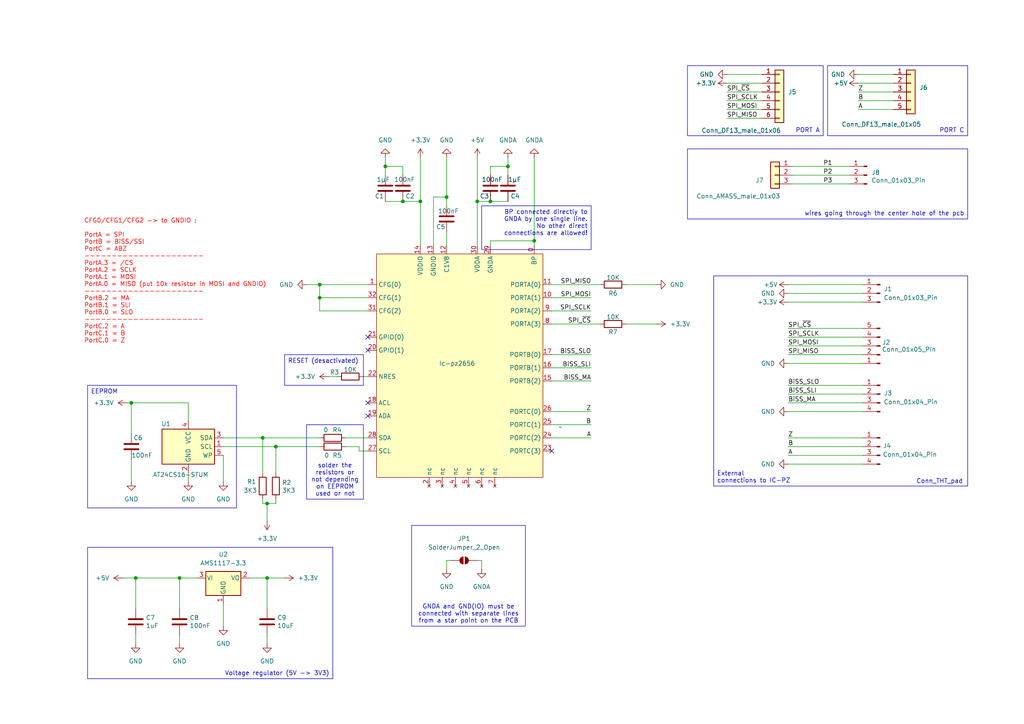
<source format=kicad_sch>
(kicad_sch (version 20231120) (generator "eeschema") (generator_version "8.0")
  (paper "A4")
  (title_block (title "Optical encoder test"))
  (lib_symbols
    (symbol "Connector:Conn_01x03_Pin" (pin_names (offset 1.016) hide)
      (property "Reference" "J" (at 0 5.08 0))
      (property "Value" "Conn_01x03_Pin" (at 0 -5.08 0))
      (symbol "Conn_01x03_Pin_1_1"
        (polyline (pts (xy 1.27 -2.54) (xy 0.8636 -2.54)) (stroke (width 0.1524)))
        (polyline (pts (xy 1.27 0) (xy 0.8636 0)) (stroke (width 0.1524)))
        (polyline (pts (xy 1.27 2.54) (xy 0.8636 2.54)) (stroke (width 0.1524)))
        (rectangle (start 0.8636 -2.413) (end 0 -2.667) (stroke (width 0.1524)) (fill (type outline)))
        (rectangle (start 0.8636 0.127) (end 0 -0.127) (stroke (width 0.1524)) (fill (type outline)))
        (rectangle (start 0.8636 2.667) (end 0 2.413) (stroke (width 0.1524)) (fill (type outline)))
        (pin passive line (at 5.08 2.54 180) (length 3.81) (name "Pin_1") (number "1"))
        (pin passive line (at 5.08 0 180) (length 3.81) (name "Pin_2") (number "2"))
        (pin passive line (at 5.08 -2.54 180) (length 3.81) (name "Pin_3") (number "3"))
      )
    )
    (symbol "Connector:Conn_01x04_Pin" (pin_names (offset 1.016) hide)
      (property "Reference" "J" (at 0 5.08 0))
      (property "Value" "Conn_01x04_Pin" (at 0 -7.62 0))
      (symbol "Conn_01x04_Pin_1_1"
        (polyline (pts (xy 1.27 -5.08) (xy 0.8636 -5.08)) (stroke (width 0.1524)))
        (polyline (pts (xy 1.27 -2.54) (xy 0.8636 -2.54)) (stroke (width 0.1524)))
        (polyline (pts (xy 1.27 0) (xy 0.8636 0)) (stroke (width 0.1524)))
        (polyline (pts (xy 1.27 2.54) (xy 0.8636 2.54)) (stroke (width 0.1524)))
        (rectangle (start 0.8636 -4.953) (end 0 -5.207) (stroke (width 0.1524)) (fill (type outline)))
        (rectangle (start 0.8636 -2.413) (end 0 -2.667) (stroke (width 0.1524)) (fill (type outline)))
        (rectangle (start 0.8636 0.127) (end 0 -0.127) (stroke (width 0.1524)) (fill (type outline)))
        (rectangle (start 0.8636 2.667) (end 0 2.413) (stroke (width 0.1524)) (fill (type outline)))
        (pin passive line (at 5.08 2.54 180) (length 3.81) (name "Pin_1") (number "1"))
        (pin passive line (at 5.08 0 180) (length 3.81) (name "Pin_2") (number "2"))
        (pin passive line (at 5.08 -2.54 180) (length 3.81) (name "Pin_3") (number "3"))
        (pin passive line (at 5.08 -5.08 180) (length 3.81) (name "Pin_4") (number "4"))
      )
    )
    (symbol "Connector:Conn_01x05_Pin" (pin_names (offset 1.016) hide)
      (property "Reference" "J" (at 0 7.62 0))
      (property "Value" "Conn_01x05_Pin" (at 0 -7.62 0))
      (symbol "Conn_01x05_Pin_1_1"
        (polyline (pts (xy 1.27 -5.08) (xy 0.8636 -5.08)) (stroke (width 0.1524)))
        (polyline (pts (xy 1.27 -2.54) (xy 0.8636 -2.54)) (stroke (width 0.1524)))
        (polyline (pts (xy 1.27 0) (xy 0.8636 0)) (stroke (width 0.1524)))
        (polyline (pts (xy 1.27 2.54) (xy 0.8636 2.54)) (stroke (width 0.1524)))
        (polyline (pts (xy 1.27 5.08) (xy 0.8636 5.08)) (stroke (width 0.1524)))
        (rectangle (start 0.8636 -4.953) (end 0 -5.207) (stroke (width 0.1524)) (fill (type outline)))
        (rectangle (start 0.8636 -2.413) (end 0 -2.667) (stroke (width 0.1524)) (fill (type outline)))
        (rectangle (start 0.8636 0.127) (end 0 -0.127) (stroke (width 0.1524)) (fill (type outline)))
        (rectangle (start 0.8636 2.667) (end 0 2.413) (stroke (width 0.1524)) (fill (type outline)))
        (rectangle (start 0.8636 5.207) (end 0 4.953) (stroke (width 0.1524)) (fill (type outline)))
        (pin passive line (at 5.08 5.08 180) (length 3.81) (name "Pin_1") (number "1"))
        (pin passive line (at 5.08 2.54 180) (length 3.81) (name "Pin_2") (number "2"))
        (pin passive line (at 5.08 0 180) (length 3.81) (name "Pin_3") (number "3"))
        (pin passive line (at 5.08 -2.54 180) (length 3.81) (name "Pin_4") (number "4"))
        (pin passive line (at 5.08 -5.08 180) (length 3.81) (name "Pin_5") (number "5"))
      )
    )
    (symbol "Connector_Generic:Conn_01x03" (pin_names (offset 1.016) hide)
      (property "Reference" "J" (at 0 5.08 0))
      (property "Value" "Conn_01x03" (at 0 -5.08 0))
      (symbol "Conn_01x03_1_1"
        (rectangle (start -1.27 -2.413) (end 0 -2.667) (stroke (width 0.1524)))
        (rectangle (start -1.27 0.127) (end 0 -0.127) (stroke (width 0.1524)))
        (rectangle (start -1.27 2.667) (end 0 2.413) (stroke (width 0.1524)))
        (rectangle (start -1.27 3.81) (end 1.27 -3.81) (stroke (width 0.254)) (fill (type background)))
        (pin passive line (at -5.08 2.54 0) (length 3.81) (name "Pin_1") (number "1"))
        (pin passive line (at -5.08 0 0) (length 3.81) (name "Pin_2") (number "2"))
        (pin passive line (at -5.08 -2.54 0) (length 3.81) (name "Pin_3") (number "3"))
      )
    )
    (symbol "Connector_Generic:Conn_01x05" (pin_names (offset 1.016) hide)
      (property "Reference" "J" (at 0 7.62 0))
      (property "Value" "Conn_01x05" (at 0 -7.62 0))
      (symbol "Conn_01x05_1_1"
        (rectangle (start -1.27 -4.953) (end 0 -5.207) (stroke (width 0.1524)))
        (rectangle (start -1.27 -2.413) (end 0 -2.667) (stroke (width 0.1524)))
        (rectangle (start -1.27 0.127) (end 0 -0.127) (stroke (width 0.1524)))
        (rectangle (start -1.27 2.667) (end 0 2.413) (stroke (width 0.1524)))
        (rectangle (start -1.27 5.207) (end 0 4.953) (stroke (width 0.1524)))
        (rectangle (start -1.27 6.35) (end 1.27 -6.35) (stroke (width 0.254)) (fill (type background)))
        (pin passive line (at -5.08 5.08 0) (length 3.81) (name "Pin_1") (number "1"))
        (pin passive line (at -5.08 2.54 0) (length 3.81) (name "Pin_2") (number "2"))
        (pin passive line (at -5.08 0 0) (length 3.81) (name "Pin_3") (number "3"))
        (pin passive line (at -5.08 -2.54 0) (length 3.81) (name "Pin_4") (number "4"))
        (pin passive line (at -5.08 -5.08 0) (length 3.81) (name "Pin_5") (number "5"))
      )
    )
    (symbol "Connector_Generic:Conn_01x06" (pin_names (offset 1.016) hide)
      (property "Reference" "J" (at 0 7.62 0))
      (property "Value" "Conn_01x06" (at 0 -10.16 0))
      (symbol "Conn_01x06_1_1"
        (rectangle (start -1.27 -7.493) (end 0 -7.747) (stroke (width 0.1524)))
        (rectangle (start -1.27 -4.953) (end 0 -5.207) (stroke (width 0.1524)))
        (rectangle (start -1.27 -2.413) (end 0 -2.667) (stroke (width 0.1524)))
        (rectangle (start -1.27 0.127) (end 0 -0.127) (stroke (width 0.1524)))
        (rectangle (start -1.27 2.667) (end 0 2.413) (stroke (width 0.1524)))
        (rectangle (start -1.27 5.207) (end 0 4.953) (stroke (width 0.1524)))
        (rectangle (start -1.27 6.35) (end 1.27 -8.89) (stroke (width 0.254)) (fill (type background)))
        (pin passive line (at -5.08 5.08 0) (length 3.81) (name "Pin_1") (number "1"))
        (pin passive line (at -5.08 2.54 0) (length 3.81) (name "Pin_2") (number "2"))
        (pin passive line (at -5.08 0 0) (length 3.81) (name "Pin_3") (number "3"))
        (pin passive line (at -5.08 -2.54 0) (length 3.81) (name "Pin_4") (number "4"))
        (pin passive line (at -5.08 -5.08 0) (length 3.81) (name "Pin_5") (number "5"))
        (pin passive line (at -5.08 -7.62 0) (length 3.81) (name "Pin_6") (number "6"))
      )
    )
    (symbol "Device:C" (pin_numbers hide) (pin_names (offset 0.254))
      (property "Reference" "C" (at 0.635 2.54 0))
      (property "Value" "C" (at 0.635 -2.54 0))
      (symbol "C_0_1"
        (polyline (pts (xy -2.032 -0.762) (xy 2.032 -0.762)) (stroke (width 0.508)))
        (polyline (pts (xy -2.032 0.762) (xy 2.032 0.762)) (stroke (width 0.508)))
      )
      (symbol "C_1_1"
        (pin passive line (at 0 3.81 270) (length 2.794) (name "~") (number "1"))
        (pin passive line (at 0 -3.81 90) (length 2.794) (name "~") (number "2"))
      )
    )
    (symbol "Device:R" (pin_numbers hide) (pin_names (offset 0))
      (property "Reference" "R" (at 2.032 0 90))
      (property "Value" "R" (at 0 0 90))
      (symbol "R_0_1"
        (rectangle (start -1.016 -2.54) (end 1.016 2.54) (stroke (width 0.254)))
      )
      (symbol "R_1_1"
        (pin passive line (at 0 3.81 270) (length 1.27) (name "~") (number "1"))
        (pin passive line (at 0 -3.81 90) (length 1.27) (name "~") (number "2"))
      )
    )
    (symbol "Ic - pz2656:Ic_-_pz2656"
      (property "Reference" "Ic-pz2656" (at -0.762 -6.35 0))
      (property "Value" "~" (at 29.21 -24.7965 0))
      (symbol "Ic_-_pz2656_1_1"
        (rectangle (start -24.13 25.4) (end 24.13 -39.37) (fill (type background)))
        (pin unspecified line (at 21.59 27.94 270) (length 2.54) (name "BP") (number "0"))
        (pin input line (at -26.67 16.51 0) (length 2.54) (name "CFG(0)") (number "1"))
        (pin bidirectional line (at 26.67 12.7 180) (length 2.54) (name "PORTA(1)") (number "10"))
        (pin bidirectional line (at 26.67 16.51 180) (length 2.54) (name "PORTA(0)") (number "11"))
        (pin output line (at -3.81 27.94 270) (length 2.54) (name "C1V8") (number "12"))
        (pin input line (at -7.62 27.94 270) (length 2.54) (name "GNDIO") (number "13"))
        (pin power_in line (at -11.43 27.94 270) (length 2.54) (name "VDDIO") (number "14"))
        (pin bidirectional line (at 26.67 -11.43 180) (length 2.54) (name "PORTB(2)") (number "15"))
        (pin bidirectional line (at 26.67 -7.62 180) (length 2.54) (name "PORTB(1)") (number "16"))
        (pin bidirectional line (at 26.67 -3.81 180) (length 2.54) (name "PORTB(0)") (number "17"))
        (pin output line (at -26.67 -17.78 0) (length 2.54) (name "ACL") (number "18"))
        (pin input line (at -26.67 -21.59 0) (length 2.54) (name "ADA") (number "19"))
        (pin no_connect line (at -8.89 -41.91 90) (length 2.54) (name "nc") (number "2"))
        (pin bidirectional line (at -26.67 -2.54 0) (length 2.54) (name "GPIO(1)") (number "20"))
        (pin bidirectional line (at -26.67 1.27 0) (length 2.54) (name "GPIO(0)") (number "21"))
        (pin input line (at -26.67 -10.16 0) (length 2.54) (name "NRES") (number "22"))
        (pin bidirectional line (at 26.67 -31.75 180) (length 2.54) (name "PORTC(3)") (number "23"))
        (pin bidirectional line (at 26.67 -27.94 180) (length 2.54) (name "PORTC(2)") (number "24"))
        (pin bidirectional line (at 26.67 -24.13 180) (length 2.54) (name "PORTC(1)") (number "25"))
        (pin bidirectional line (at 26.67 -20.32 180) (length 2.54) (name "PORTC(0)") (number "26"))
        (pin bidirectional line (at -26.67 -31.75 0) (length 2.54) (name "SCL") (number "27"))
        (pin bidirectional line (at -26.67 -27.94 0) (length 2.54) (name "SDA") (number "28"))
        (pin input line (at 8.89 27.94 270) (length 2.54) (name "GNDA") (number "29"))
        (pin no_connect line (at -5.08 -41.91 90) (length 2.54) (name "nc") (number "3"))
        (pin power_in line (at 5.08 27.94 270) (length 2.54) (name "VDDA") (number "30"))
        (pin input line (at -26.67 8.89 0) (length 2.54) (name "CFG(2)") (number "31"))
        (pin input line (at -26.67 12.7 0) (length 2.54) (name "CFG(1)") (number "32"))
        (pin no_connect line (at -1.27 -41.91 90) (length 2.54) (name "nc") (number "4"))
        (pin no_connect line (at 2.54 -41.91 90) (length 2.54) (name "nc") (number "5"))
        (pin no_connect line (at 6.35 -41.91 90) (length 2.54) (name "nc") (number "6"))
        (pin no_connect line (at 10.16 -41.91 90) (length 2.54) (name "nc") (number "7"))
        (pin bidirectional line (at 26.67 5.08 180) (length 2.54) (name "PORTA(3)") (number "8"))
        (pin bidirectional line (at 26.67 8.89 180) (length 2.54) (name "PORTA(2)") (number "9"))
      )
    )
    (symbol "Jumper:SolderJumper_2_Open" (pin_numbers hide) (pin_names (offset 0) hide) (exclude_from_sim yes) (in_bom no)
      (property "Reference" "JP" (at 0 2.032 0))
      (property "Value" "SolderJumper_2_Open" (at 0 -2.54 0))
      (symbol "SolderJumper_2_Open_0_1"
        (arc (start -0.254 1.016) (mid -1.2656 0) (end -0.254 -1.016))
        (arc (start -0.254 1.016) (mid -1.2656 0) (end -0.254 -1.016) (fill (type outline)))
        (polyline (pts (xy -0.254 1.016) (xy -0.254 -1.016)))
        (polyline (pts (xy 0.254 1.016) (xy 0.254 -1.016)))
        (arc (start 0.254 -1.016) (mid 1.2656 0) (end 0.254 1.016))
        (arc (start 0.254 -1.016) (mid 1.2656 0) (end 0.254 1.016) (fill (type outline)))
      )
      (symbol "SolderJumper_2_Open_1_1"
        (pin passive line (at -3.81 0 0) (length 2.54) (name "A") (number "1"))
        (pin passive line (at 3.81 0 180) (length 2.54) (name "B") (number "2"))
      )
    )
    (symbol "Memory_EEPROM:AT24CS16-STUM"
      (property "Reference" "U" (at -7.62 6.35 0))
      (property "Value" "AT24CS16-STUM" (at 2.54 -6.35 0))
      (symbol "AT24CS16-STUM_1_1"
        (rectangle (start -7.62 5.08) (end 7.62 -5.08) (stroke (width 0.254)) (fill (type background)))
        (pin input line (at 10.16 0 180) (length 2.54) (name "SCL") (number "1"))
        (pin power_in line (at 0 -7.62 90) (length 2.54) (name "GND") (number "2"))
        (pin bidirectional line (at 10.16 2.54 180) (length 2.54) (name "SDA") (number "3"))
        (pin power_in line (at 0 7.62 270) (length 2.54) (name "VCC") (number "4"))
        (pin input line (at 10.16 -2.54 180) (length 2.54) (name "WP") (number "5"))
      )
    )
    (symbol "Regulator_Linear:AMS1117-3.3" (pin_names (offset 0.254))
      (property "Reference" "U" (at -3.81 3.175 0))
      (property "Value" "AMS1117-3.3" (at 0 3.175 0))
      (symbol "AMS1117-3.3_0_1"
        (rectangle (start -5.08 -5.08) (end 5.08 1.905) (stroke (width 0.254)) (fill (type background)))
      )
      (symbol "AMS1117-3.3_1_1"
        (pin power_in line (at 0 -7.62 90) (length 2.54) (name "GND") (number "1"))
        (pin power_out line (at 7.62 0 180) (length 2.54) (name "VO") (number "2"))
        (pin power_in line (at -7.62 0 0) (length 2.54) (name "VI") (number "3"))
      )
    )
    (symbol "power:+3.3V" (power) (pin_numbers hide) (pin_names (offset 0) hide)
      (property "Value" "+3.3V" (at 0 3.556 0))
      (symbol "+3.3V_0_1"
        (polyline (pts (xy -0.762 1.27) (xy 0 2.54)))
        (polyline (pts (xy 0 0) (xy 0 2.54)))
        (polyline (pts (xy 0 2.54) (xy 0.762 1.27)))
      )
      (symbol "+3.3V_1_1"
        (pin power_in line (at 0 0 90) (length 0) (name "~") (number "1"))
      )
    )
    (symbol "power:+5V" (power) (pin_numbers hide) (pin_names (offset 0) hide)
      (property "Value" "+5V" (at 0 3.556 0))
      (symbol "+5V_0_1"
        (polyline (pts (xy -0.762 1.27) (xy 0 2.54)))
        (polyline (pts (xy 0 0) (xy 0 2.54)))
        (polyline (pts (xy 0 2.54) (xy 0.762 1.27)))
      )
      (symbol "+5V_1_1"
        (pin power_in line (at 0 0 90) (length 0) (name "~") (number "1"))
      )
    )
    (symbol "power:GND" (power) (pin_names (offset 0))
      (property "Value" "GND" (at 0 -3.81 0))
      (symbol "GND_0_1"
        (polyline (pts (xy 0 0) (xy 0 -1.27) (xy 1.27 -1.27) (xy 0 -2.54) (xy -1.27 -1.27) (xy 0 -1.27)))
      )
      (symbol "GND_1_1"
        (pin power_in line (at 0 0 270) (length 0) hide (name "GND") (number "1"))
      )
    )
    (symbol "power:GNDA" (power) (pin_numbers hide) (pin_names (offset 0) hide)
      (property "Value" "GNDA" (at 0 -3.81 0))
      (symbol "GNDA_0_1"
        (polyline (pts (xy 0 0) (xy 0 -1.27) (xy 1.27 -1.27) (xy 0 -2.54) (xy -1.27 -1.27) (xy 0 -1.27)))
      )
      (symbol "GNDA_1_1"
        (pin power_in line (at 0 0 270) (length 0) (name "~") (number "1"))
      )
    )
  )
  (junction (at 80.01 129.54))
  (junction (at 76.2 127))
  (junction (at 39.37 167.64))
  (junction (at 77.47 146.05))
  (junction (at 116.84 58.42))
  (junction (at 129.54 57.15))
  (junction (at 52.07 167.64))
  (junction (at 138.43 58.42))
  (junction (at 77.47 167.64))
  (junction (at 38.1 116.84))
  (junction (at 142.24 58.42))
  (junction (at 121.92 58.42))
  (junction (at 147.32 48.26))
  (junction (at 111.76 48.26))
  (junction (at 92.71 86.36))
  (junction (at 92.71 82.55))
  (junction (at 154.94 69.85))
  (no_connect (at 106.68 116.84))
  (no_connect (at 160.02 130.81))
  (no_connect (at 106.68 97.79))
  (no_connect (at 106.68 101.6))
  (no_connect (at 106.68 120.65))
  (wire (pts (xy 138.43 45.72) (xy 138.43 58.42)))
  (wire (pts (xy 39.37 167.64) (xy 52.07 167.64)))
  (wire (pts (xy 210.82 29.21) (xy 220.98 29.21)))
  (wire (pts (xy 138.43 58.42) (xy 142.24 58.42)))
  (wire (pts (xy 54.61 139.7) (xy 54.61 137.16)))
  (wire (pts (xy 129.54 162.56) (xy 129.54 165.1)))
  (wire (pts (xy 125.73 57.15) (xy 129.54 57.15)))
  (wire (pts (xy 104.14 129.54) (xy 104.14 130.81)))
  (wire (pts (xy 210.82 24.13) (xy 220.98 24.13)))
  (wire (pts (xy 229.87 53.34) (xy 246.38 53.34)))
  (wire (pts (xy 160.02 102.87) (xy 171.45 102.87)))
  (wire (pts (xy 147.32 45.72) (xy 147.32 48.26)))
  (wire (pts (xy 142.24 69.85) (xy 142.24 71.12)))
  (wire (pts (xy 228.6 119.38) (xy 250.19 119.38)))
  (wire (pts (xy 64.77 175.26) (xy 64.77 181.61)))
  (wire (pts (xy 92.71 82.55) (xy 106.68 82.55)))
  (wire (pts (xy 228.6 87.63) (xy 250.19 87.63)))
  (wire (pts (xy 138.43 162.56) (xy 139.7 162.56)))
  (wire (pts (xy 77.47 167.64) (xy 77.47 176.53)))
  (wire (pts (xy 129.54 162.56) (xy 130.81 162.56)))
  (wire (pts (xy 228.6 97.79) (xy 250.19 97.79)))
  (wire (pts (xy 105.41 109.22) (xy 106.68 109.22)))
  (wire (pts (xy 248.92 29.21) (xy 259.08 29.21)))
  (wire (pts (xy 77.47 146.05) (xy 80.01 146.05)))
  (wire (pts (xy 248.92 26.67) (xy 259.08 26.67)))
  (wire (pts (xy 160.02 106.68) (xy 171.45 106.68)))
  (wire (pts (xy 248.92 31.75) (xy 259.08 31.75)))
  (wire (pts (xy 77.47 167.64) (xy 82.55 167.64)))
  (wire (pts (xy 228.6 127) (xy 250.19 127)))
  (wire (pts (xy 228.6 105.41) (xy 250.19 105.41)))
  (wire (pts (xy 129.54 45.72) (xy 129.54 57.15)))
  (wire (pts (xy 111.76 45.72) (xy 111.76 48.26)))
  (wire (pts (xy 228.6 85.09) (xy 250.19 85.09)))
  (wire (pts (xy 154.94 45.72) (xy 154.94 69.85)))
  (wire (pts (xy 228.6 116.84) (xy 250.19 116.84)))
  (wire (pts (xy 129.54 67.31) (xy 129.54 71.12)))
  (wire (pts (xy 142.24 69.85) (xy 154.94 69.85)))
  (wire (pts (xy 76.2 127) (xy 76.2 137.16)))
  (wire (pts (xy 80.01 129.54) (xy 92.71 129.54)))
  (wire (pts (xy 35.56 167.64) (xy 39.37 167.64)))
  (wire (pts (xy 139.7 162.56) (xy 139.7 165.1)))
  (wire (pts (xy 92.71 90.17) (xy 106.68 90.17)))
  (wire (pts (xy 248.92 24.13) (xy 259.08 24.13)))
  (wire (pts (xy 160.02 123.19) (xy 171.45 123.19)))
  (wire (pts (xy 228.6 82.55) (xy 250.19 82.55)))
  (wire (pts (xy 72.39 167.64) (xy 77.47 167.64)))
  (wire (pts (xy 210.82 21.59) (xy 220.98 21.59)))
  (wire (pts (xy 160.02 119.38) (xy 171.45 119.38)))
  (wire (pts (xy 228.6 114.3) (xy 250.19 114.3)))
  (wire (pts (xy 229.87 50.8) (xy 246.38 50.8)))
  (wire (pts (xy 116.84 48.26) (xy 116.84 50.8)))
  (wire (pts (xy 160.02 127) (xy 171.45 127)))
  (wire (pts (xy 111.76 58.42) (xy 116.84 58.42)))
  (wire (pts (xy 76.2 127) (xy 92.71 127)))
  (wire (pts (xy 80.01 146.05) (xy 80.01 144.78)))
  (wire (pts (xy 38.1 116.84) (xy 54.61 116.84)))
  (wire (pts (xy 92.71 90.17) (xy 92.71 86.36)))
  (wire (pts (xy 142.24 58.42) (xy 147.32 58.42)))
  (wire (pts (xy 154.94 69.85) (xy 154.94 71.12)))
  (wire (pts (xy 160.02 86.36) (xy 171.45 86.36)))
  (wire (pts (xy 39.37 186.69) (xy 39.37 184.15)))
  (wire (pts (xy 228.6 111.76) (xy 250.19 111.76)))
  (wire (pts (xy 210.82 26.67) (xy 220.98 26.67)))
  (wire (pts (xy 111.76 48.26) (xy 111.76 50.8)))
  (wire (pts (xy 142.24 48.26) (xy 142.24 50.8)))
  (wire (pts (xy 228.6 95.25) (xy 250.19 95.25)))
  (wire (pts (xy 52.07 167.64) (xy 52.07 176.53)))
  (wire (pts (xy 210.82 31.75) (xy 220.98 31.75)))
  (wire (pts (xy 228.6 134.62) (xy 250.19 134.62)))
  (wire (pts (xy 52.07 167.64) (xy 57.15 167.64)))
  (wire (pts (xy 160.02 93.98) (xy 173.99 93.98)))
  (wire (pts (xy 38.1 133.35) (xy 38.1 139.7)))
  (wire (pts (xy 111.76 48.26) (xy 116.84 48.26)))
  (wire (pts (xy 160.02 90.17) (xy 171.45 90.17)))
  (wire (pts (xy 76.2 146.05) (xy 77.47 146.05)))
  (wire (pts (xy 138.43 58.42) (xy 138.43 71.12)))
  (wire (pts (xy 228.6 132.08) (xy 250.19 132.08)))
  (wire (pts (xy 64.77 127) (xy 76.2 127)))
  (wire (pts (xy 147.32 48.26) (xy 147.32 50.8)))
  (wire (pts (xy 38.1 116.84) (xy 38.1 125.73)))
  (wire (pts (xy 39.37 167.64) (xy 39.37 176.53)))
  (wire (pts (xy 160.02 82.55) (xy 173.99 82.55)))
  (wire (pts (xy 125.73 57.15) (xy 125.73 71.12)))
  (wire (pts (xy 104.14 130.81) (xy 106.68 130.81)))
  (wire (pts (xy 54.61 116.84) (xy 54.61 121.92)))
  (wire (pts (xy 80.01 129.54) (xy 80.01 137.16)))
  (wire (pts (xy 121.92 45.72) (xy 121.92 58.42)))
  (wire (pts (xy 76.2 144.78) (xy 76.2 146.05)))
  (wire (pts (xy 88.9 82.55) (xy 92.71 82.55)))
  (wire (pts (xy 64.77 129.54) (xy 80.01 129.54)))
  (wire (pts (xy 77.47 184.15) (xy 77.47 186.69)))
  (wire (pts (xy 228.6 102.87) (xy 250.19 102.87)))
  (wire (pts (xy 142.24 48.26) (xy 147.32 48.26)))
  (wire (pts (xy 181.61 82.55) (xy 190.5 82.55)))
  (wire (pts (xy 92.71 86.36) (xy 92.71 82.55)))
  (wire (pts (xy 181.61 93.98) (xy 190.5 93.98)))
  (wire (pts (xy 116.84 58.42) (xy 121.92 58.42)))
  (wire (pts (xy 248.92 21.59) (xy 259.08 21.59)))
  (wire (pts (xy 228.6 100.33) (xy 250.19 100.33)))
  (wire (pts (xy 95.25 109.22) (xy 97.79 109.22)))
  (wire (pts (xy 36.83 116.84) (xy 38.1 116.84)))
  (wire (pts (xy 160.02 110.49) (xy 171.45 110.49)))
  (wire (pts (xy 210.82 34.29) (xy 220.98 34.29)))
  (wire (pts (xy 77.47 146.05) (xy 77.47 151.13)))
  (wire (pts (xy 64.77 132.08) (xy 64.77 139.7)))
  (wire (pts (xy 52.07 184.15) (xy 52.07 186.69)))
  (wire (pts (xy 129.54 57.15) (xy 129.54 59.69)))
  (wire (pts (xy 100.33 129.54) (xy 104.14 129.54)))
  (wire (pts (xy 121.92 58.42) (xy 121.92 71.12)))
  (wire (pts (xy 100.33 127) (xy 106.68 127)))
  (wire (pts (xy 228.6 129.54) (xy 250.19 129.54)))
  (wire (pts (xy 92.71 86.36) (xy 106.68 86.36)))
  (wire (pts (xy 229.87 48.26) (xy 246.38 48.26)))
  (text_box "PORT C" (at 240.03 19.05 0) (size 40.64 20.32) (effects (font (size 1.27 1.27)) (justify right bottom)))
  (text_box "RESET (desactivated)" (at 82.55 102.87 0) (size 22.86 8.89) (effects (font (size 1.27 1.27)) (justify left top)))
  (text_box "Voltage regulator (5V -> 3V3)" (at 25.4 158.75 0) (size 71.12 38.1) (effects (font (size 1.27 1.27)) (justify right bottom)))
  (text_box "External \nconnections to IC-PZ" (at 207.01 80.01 0) (size 73.66 60.96) (effects (font (size 1.27 1.27)) (justify left bottom)))
  (text_box "PORT A" (at 199.39 19.05 0) (size 39.37 20.32) (effects (font (size 1.27 1.27)) (justify right bottom)))
  (text_box "wires going through the center hole of the pcb" (at 199.39 43.18 0) (size 81.28 20.32) (effects (font (size 1.27 1.27)) (justify right bottom)))
  (text_box "GNDA and GND(IO) must be connected with separate lines from a star point on the PCB" (at 119.38 152.4 0) (size 33.02 29.21) (effects (font (size 1.27 1.27)) (justify bottom)))
  (text_box "solder the resistors or not depending on EEPROM used or not" (at 88.9 123.19 0) (size 16.51 21.59) (effects (font (size 1.27 1.27)) (justify bottom)))
  (text_box "BP connected directly to\nGNDA by one single line.\nNo other direct \nconnections are allowed!" (at 139.7 59.69 0) (size 31.75 12.7) (effects (font (size 1.27 1.27)) (justify right top)))
  (text_box "EEPROM" (at 25.4 111.76 0) (size 43.18 35.56) (effects (font (size 1.27 1.27)) (justify left top)))
  (text "Conn_THT_pad" (at 272.542 139.7 0) (effects (font (size 1.27 1.27))))
  (text "CFG0/CFG1/CFG2 -> to GNDIO :\n\nPortA = SPI\nPortB = BiSS/SSI\nPortC = ABZ\n----------------------\nPortA.3 = /CS\nPortA.2 = SCLK\nPortA.1 = MOSI\nPortA.0 = MISO (put 10k resistor in MOSI and GNDIO)\n----------------------\nPortB.2 = MA\nPortB.1 = SLI\nPortB.0 = SLO\n----------------------\nPortC.2 = A\nPortC.1 = B\nPortC.0 = Z" (at 24.384 81.534 0) (effects (font (size 1.27 1.27)) (justify left)))
  (label "SPI_MOSI" (at 228.6 100.33 0))
  (label "SPI_MISO" (at 171.45 82.55 180))
  (label "B" (at 228.6 129.54 0))
  (label "BiSS_SLO" (at 228.6 111.76 0))
  (label "P3" (at 238.76 53.34 0))
  (label "Z" (at 228.6 127 0))
  (label "B" (at 171.45 123.19 180))
  (label "BiSS_MA" (at 228.6 116.84 0))
  (label "Z" (at 248.92 26.67 0))
  (label "BiSS_SLO" (at 171.45 102.87 180))
  (label "A" (at 228.6 132.08 0))
  (label "SPI_SCLK" (at 210.82 29.21 0))
  (label "SPI_SCLK" (at 228.6 97.79 0))
  (label "SPI_MISO" (at 210.82 34.29 0))
  (label "BiSS_SLI" (at 228.6 114.3 0))
  (label "B" (at 248.92 29.21 0))
  (label "SPI_~{CS}" (at 171.45 93.98 180))
  (label "BiSS_MA" (at 171.45 110.49 180))
  (label "SPI_MOSI" (at 210.82 31.75 0))
  (label "SPI_~{CS}" (at 210.82 26.67 0))
  (label "Z" (at 171.45 119.38 180))
  (label "SPI_SCLK" (at 171.45 90.17 180))
  (label "P1" (at 238.76 48.26 0))
  (label "SPI_~{CS}" (at 228.6 95.25 0))
  (label "SPI_MISO" (at 228.6 102.87 0))
  (label "SPI_MOSI" (at 171.45 86.36 180))
  (label "A" (at 248.92 31.75 0))
  (label "P2" (at 238.76 50.8 0))
  (label "A" (at 171.45 127 180))
  (label "BiSS_SLI" (at 171.45 106.68 180))
  (symbol (lib_id "power:GND") (at 39.37 186.69 0) (unit 1)
    (property "Reference" "#PWR02" (effects (hide yes)))
    (property "Value" "GND" (at 39.37 191.77 0))
  )
  (symbol (lib_id "power:+5V") (at 228.6 82.55 90) (unit 1)
    (property "Reference" "#PWR014" (effects (hide yes)))
    (property "Value" "+5V" (at 223.52 82.55 90))
    (property "Description" "Power symbol creates a global label with name \"+5V\"" (effects (hide yes)))
  )
  (symbol (lib_id "power:+5V") (at 248.92 24.13 90) (unit 1)
    (property "Reference" "#PWR027" (effects (hide yes)))
    (property "Value" "+5V" (at 243.84 24.13 90))
    (property "Description" "Power symbol creates a global label with name \"+5V\"" (effects (hide yes)))
  )
  (symbol (lib_id "power:GND") (at 52.07 186.69 0) (unit 1)
    (property "Reference" "#PWR03" (effects (hide yes)))
    (property "Value" "GND" (at 52.07 191.77 0))
  )
  (symbol (lib_id "Connector_Generic:Conn_01x03") (at 224.79 50.8 0) (mirror y) (unit 1)
    (property "Reference" "J7" (at 221.488 52.324 0) (effects (justify left)))
    (property "Value" "Conn_AMASS_male_01x03" (at 226.314 56.896 0) (effects (justify left)))
    (property "Footprint" "Connector_AMASS:AMASS_MR30PW-M_1x03_P3.50mm_Horizontal" (effects (hide yes)))
    (property "Description" "Generic connector, single row, 01x03, script generated (kicad-library-utils/schlib/autogen/connector/)" (effects (hide yes)))
  )
  (symbol (lib_id "power:GND") (at 210.82 21.59 270) (unit 1)
    (property "Reference" "#PWR024" (effects (hide yes)))
    (property "Value" "GND" (at 207.01 21.5899 90) (effects (justify right)))
  )
  (symbol (lib_id "power:GND") (at 38.1 139.7 0) (unit 1)
    (property "Reference" "#PWR022" (effects (hide yes)))
    (property "Value" "GND" (at 38.1 144.78 0))
  )
  (symbol (lib_id "power:GND") (at 228.6 85.09 270) (unit 1)
    (property "Reference" "#PWR011" (effects (hide yes)))
    (property "Value" "GND" (at 224.79 85.0899 90) (effects (justify right)))
  )
  (symbol (lib_id "power:GND") (at 77.47 186.69 0) (unit 1)
    (property "Reference" "#PWR04" (effects (hide yes)))
    (property "Value" "GND" (at 77.47 191.77 0))
  )
  (symbol (lib_id "power:+3.3V") (at 82.55 167.64 270) (unit 1)
    (property "Reference" "#PWR013" (effects (hide yes)))
    (property "Value" "+3.3V" (at 86.36 167.6399 90) (effects (justify left)))
    (property "Description" "Power symbol creates a global label with name \"+3.3V\"" (effects (hide yes)))
  )
  (symbol (lib_id "power:GNDA") (at 147.32 45.72 180) (unit 1)
    (property "Reference" "#PWR016" (effects (hide yes)))
    (property "Value" "GNDA" (at 147.32 40.64 0))
    (property "Description" "Power symbol creates a global label with name \"GNDA\" , analog ground" (effects (hide yes)))
  )
  (symbol (lib_id "Memory_EEPROM:AT24CS16-STUM") (at 54.61 129.54 0) (unit 1)
    (property "Reference" "U1" (at 49.53 122.936 0) (effects (justify right)))
    (property "Value" "AT24CS16-STUM" (at 60.452 137.668 0) (effects (justify right)))
    (property "Footprint" "Package_TO_SOT_SMD:SOT-23-5" (effects (hide yes)))
    (property "Datasheet" "http://ww1.microchip.com/downloads/en/DeviceDoc/Atmel-8859-SEEPROM-AT24CS16-Datasheet.pdf" (effects (hide yes)))
    (property "Description" "I2C Serial EEPROM, 16Kb (2048x8) with Unique Serial Number, SOT-23-5" (effects (hide yes)))
  )
  (symbol (lib_id "Device:R") (at 80.01 140.97 0) (unit 1)
    (property "Reference" "R2" (at 81.788 139.954 0) (effects (justify left)))
    (property "Value" "3K3" (at 81.788 142.24 0) (effects (justify left)))
    (property "Footprint" "Resistor_SMD:R_0603_1608Metric_Pad0.98x0.95mm_HandSolder" (effects (hide yes)))
    (property "Description" "Resistor" (effects (hide yes)))
  )
  (symbol (lib_id "power:+3.3V") (at 121.92 45.72 0) (unit 1)
    (property "Reference" "#PWR032" (effects (hide yes)))
    (property "Value" "+3.3V" (at 121.92 40.64 0))
    (property "Description" "Power symbol creates a global label with name \"+3.3V\"" (effects (hide yes)))
  )
  (symbol (lib_id "power:+3.3V") (at 77.47 151.13 180) (unit 1)
    (property "Reference" "#PWR029" (effects (hide yes)))
    (property "Value" "+3.3V" (at 77.47 156.21 0))
    (property "Description" "Power symbol creates a global label with name \"+3.3V\"" (effects (hide yes)))
  )
  (symbol (lib_id "Connector_Generic:Conn_01x05") (at 264.16 26.67 0) (unit 1)
    (property "Reference" "J6" (at 266.7 25.3999 0) (effects (justify left)))
    (property "Value" "Conn_DF13_male_01x05" (at 244.094 36.068 0) (effects (justify left)))
    (property "Footprint" "Connector_Hirose:Hirose_DF13-05P-1.25DSA_1x05_P1.25mm_Vertical" (effects (hide yes)))
    (property "Description" "Generic connector, single row, 01x05, script generated (kicad-library-utils/schlib/autogen/connector/)" (effects (hide yes)))
  )
  (symbol (lib_id "Device:R") (at 76.2 140.97 0) (unit 1)
    (property "Reference" "R1" (at 71.628 139.7 0) (effects (justify left)))
    (property "Value" "3K3" (at 70.612 142.24 0) (effects (justify left)))
    (property "Footprint" "Resistor_SMD:R_0603_1608Metric_Pad0.98x0.95mm_HandSolder" (effects (hide yes)))
    (property "Description" "Resistor" (effects (hide yes)))
  )
  (symbol (lib_id "Connector:Conn_01x03_Pin") (at 251.46 50.8 0) (mirror y) (unit 1)
    (property "Reference" "J8" (at 254 50.038 0))
    (property "Value" "Conn_01x03_Pin" (at 260.604 52.324 0))
    (property "Footprint" "Connector_Wire:SolderWire-1.5sqmm_1x03_P6mm_D1.7mm_OD3mm" (effects (hide yes)))
    (property "Description" "Generic connector, single row, 01x03, script generated" (effects (hide yes)))
  )
  (symbol (lib_id "power:GND") (at 190.5 82.55 90) (unit 1)
    (property "Reference" "#PWR08" (effects (hide yes)))
    (property "Value" "GND" (at 194.31 82.5499 90) (effects (justify right)))
  )
  (symbol (lib_id "power:+3.3V") (at 190.5 93.98 270) (unit 1)
    (property "Reference" "#PWR031" (effects (hide yes)))
    (property "Value" "+3.3V" (at 194.31 93.9799 90) (effects (justify left)))
    (property "Description" "Power symbol creates a global label with name \"+3.3V\"" (effects (hide yes)))
  )
  (symbol (lib_id "Connector:Conn_01x04_Pin") (at 255.27 129.54 0) (mirror y) (unit 1)
    (property "Reference" "J4" (at 257.302 129.286 0))
    (property "Value" "Conn_01x04_Pin" (at 263.906 131.826 0))
    (property "Footprint" "Connector_PinHeader_2.54mm:PinHeader_1x04_P2.54mm_Vertical" (effects (hide yes)))
    (property "Description" "Generic connector, single row, 01x04, script generated" (effects (hide yes)))
  )
  (symbol (lib_id "power:GND") (at 228.6 134.62 270) (unit 1)
    (property "Reference" "#PWR010" (effects (hide yes)))
    (property "Value" "GND" (at 224.79 134.6199 90) (effects (justify right)))
  )
  (symbol (lib_id "power:GND") (at 228.6 105.41 270) (unit 1)
    (property "Reference" "#PWR05" (effects (hide yes)))
    (property "Value" "GND" (at 224.79 105.4099 90) (effects (justify right)))
  )
  (symbol (lib_id "power:+3.3V") (at 210.82 24.13 90) (unit 1)
    (property "Reference" "#PWR026" (effects (hide yes)))
    (property "Value" "+3.3V" (at 204.724 24.13 90))
    (property "Description" "Power symbol creates a global label with name \"+3.3V\"" (effects (hide yes)))
  )
  (symbol (lib_id "Device:C") (at 52.07 180.34 0) (unit 1)
    (property "Reference" "C8" (at 54.991 179.1716 0) (effects (justify left)))
    (property "Value" "100nF" (at 54.991 181.483 0) (effects (justify left)))
    (property "Footprint" "Capacitor_SMD:C_0603_1608Metric_Pad1.08x0.95mm_HandSolder" (effects (hide yes)))
    (property "Datasheet" "https://www.murata.com/en-eu/products/productdetail?partno=GRM033C71A104KE14%23." (effects (hide yes)))
    (property "DigiKey" "490-14571-1-ND" (effects (hide yes)))
    (property "Farnell" "3790414" (effects (hide yes)))
    (property "Mouser" "81-GRM033R61E104KE4J" (effects (hide yes)))
    (property "Part No" "GRM033R61E104KE14J" (effects (hide yes)))
    (property "RS" "185-2066" (effects (hide yes)))
    (property "Rated Voltage" "10V" (effects (hide yes)))
  )
  (symbol (lib_id "Device:R") (at 177.8 82.55 90) (unit 1)
    (property "Reference" "R6" (at 177.8 85.09 90))
    (property "Value" "10K" (at 177.8 80.518 90))
    (property "Footprint" "Resistor_SMD:R_0603_1608Metric_Pad0.98x0.95mm_HandSolder" (effects (hide yes)))
    (property "Description" "Resistor" (effects (hide yes)))
  )
  (symbol (lib_id "Connector:Conn_01x04_Pin") (at 255.27 114.3 0) (mirror y) (unit 1)
    (property "Reference" "J3" (at 257.556 114.046 0))
    (property "Value" "Conn_01x04_Pin" (at 264.16 116.586 0))
    (property "Footprint" "Connector_PinHeader_2.54mm:PinHeader_1x04_P2.54mm_Vertical" (effects (hide yes)))
    (property "Description" "Generic connector, single row, 01x04, script generated" (effects (hide yes)))
  )
  (symbol (lib_id "power:GND") (at 248.92 21.59 270) (unit 1)
    (property "Reference" "#PWR025" (effects (hide yes)))
    (property "Value" "GND" (at 245.11 21.5899 90) (effects (justify right)))
  )
  (symbol (lib_id "Device:C") (at 39.37 180.34 0) (unit 1)
    (property "Reference" "C7" (at 42.291 179.1716 0) (effects (justify left)))
    (property "Value" "1uF" (at 42.291 181.483 0) (effects (justify left)))
    (property "Footprint" "Capacitor_SMD:C_0603_1608Metric_Pad1.08x0.95mm_HandSolder" (effects (hide yes)))
    (property "Datasheet" "https://www.murata.com/en-eu/products/productdetail?partno=GRM033C81A105ME05%23" (effects (hide yes)))
    (property "DigiKey" "490-13219-1-ND" (effects (hide yes)))
    (property "Farnell" "3238032" (effects (hide yes)))
    (property "Mouser" "81-GRM033C81A105ME5D" (effects (hide yes)))
    (property "Part No" "GRM033C81A105ME05D" (effects (hide yes)))
    (property "Rated Voltage" "10V" (effects (hide yes)))
  )
  (symbol (lib_id "power:GND") (at 88.9 82.55 270) (unit 1)
    (property "Reference" "#PWR07" (effects (hide yes)))
    (property "Value" "GND" (at 85.09 82.5499 90) (effects (justify right)))
  )
  (symbol (lib_id "Jumper:SolderJumper_2_Open") (at 134.62 162.56 0) (unit 1) (exclude_from_sim yes) (in_bom no)
    (property "Reference" "JP1" (at 134.62 156.21 0))
    (property "Value" "SolderJumper_2_Open" (at 134.62 158.75 0))
    (property "Footprint" "Jumper:SolderJumper-2_P1.3mm_Bridged2Bar_Pad1.0x1.5mm" (effects (hide yes)))
    (property "Description" "Solder Jumper, 2-pole, open" (effects (hide yes)))
  )
  (symbol (lib_id "Device:C") (at 129.54 63.5 0) (unit 1)
    (property "Reference" "C5" (at 126.492 65.786 0) (effects (justify left)))
    (property "Value" "100nF" (at 127 61.214 0) (effects (justify left)))
    (property "Footprint" "Capacitor_SMD:C_0603_1608Metric_Pad1.08x0.95mm_HandSolder" (effects (hide yes)))
    (property "Description" "Unpolarized capacitor" (effects (hide yes)))
  )
  (symbol (lib_id "power:GND") (at 64.77 139.7 0) (unit 1)
    (property "Reference" "#PWR020" (effects (hide yes)))
    (property "Value" "GND" (at 64.77 144.78 0))
  )
  (symbol (lib_id "Device:C") (at 116.84 54.61 0) (unit 1)
    (property "Reference" "C2" (at 117.602 56.896 0) (effects (justify left)))
    (property "Value" "100nF" (at 114.3 52.07 0) (effects (justify left)))
    (property "Footprint" "Capacitor_SMD:C_0603_1608Metric_Pad1.08x0.95mm_HandSolder" (effects (hide yes)))
    (property "Description" "Unpolarized capacitor" (effects (hide yes)))
  )
  (symbol (lib_id "Ic - pz2656:Ic_-_pz2656") (at 133.35 99.06 0) (unit 1)
    (property "Reference" "Ic-pz2656" (at 132.588 105.41 0))
    (property "Value" "~" (at 162.56 123.8565 0))
    (property "Footprint" "Ic - pz2656:Ic-pz2656-5x5" (effects (hide yes)))
  )
  (symbol (lib_id "power:GND") (at 54.61 139.7 0) (unit 1)
    (property "Reference" "#PWR021" (effects (hide yes)))
    (property "Value" "GND" (at 54.61 144.78 0))
  )
  (symbol (lib_id "power:+3.3V") (at 36.83 116.84 90) (unit 1)
    (property "Reference" "#PWR028" (effects (hide yes)))
    (property "Value" "+3.3V" (at 33.02 116.8399 90) (effects (justify left)))
    (property "Description" "Power symbol creates a global label with name \"+3.3V\"" (effects (hide yes)))
  )
  (symbol (lib_id "Connector:Conn_01x05_Pin") (at 255.27 100.33 180) (unit 1)
    (property "Reference" "J2" (at 257.048 99.314 0))
    (property "Value" "Conn_01x05_Pin" (at 263.652 101.346 0))
    (property "Footprint" "Connector_PinHeader_2.54mm:PinHeader_1x05_P2.54mm_Vertical" (effects (hide yes)))
    (property "Description" "Generic connector, single row, 01x05, script generated" (effects (hide yes)))
  )
  (symbol (lib_id "Device:R") (at 96.52 127 90) (unit 1)
    (property "Reference" "R4" (at 97.79 124.714 90))
    (property "Value" "0" (at 94.488 124.714 90))
    (property "Footprint" "Resistor_SMD:R_0603_1608Metric_Pad0.98x0.95mm_HandSolder" (effects (hide yes)))
    (property "Description" "Resistor" (effects (hide yes)))
  )
  (symbol (lib_id "power:GND") (at 111.76 45.72 180) (unit 1)
    (property "Reference" "#PWR018" (effects (hide yes)))
    (property "Value" "GND" (at 111.76 40.64 0))
  )
  (symbol (lib_id "Device:C") (at 147.32 54.61 0) (unit 1)
    (property "Reference" "C4" (at 148.082 56.896 0) (effects (justify left)))
    (property "Value" "1μF" (at 147.32 52.07 0) (effects (justify left)))
    (property "Footprint" "Capacitor_SMD:C_0603_1608Metric_Pad1.08x0.95mm_HandSolder" (effects (hide yes)))
    (property "Description" "Unpolarized capacitor" (effects (hide yes)))
  )
  (symbol (lib_id "power:+3.3V") (at 228.6 87.63 90) (unit 1)
    (property "Reference" "#PWR015" (effects (hide yes)))
    (property "Value" "+3.3V" (at 222.504 87.63 90))
    (property "Description" "Power symbol creates a global label with name \"+3.3V\"" (effects (hide yes)))
  )
  (symbol (lib_id "power:GNDA") (at 154.94 45.72 180) (unit 1)
    (property "Reference" "#PWR019" (effects (hide yes)))
    (property "Value" "GNDA" (at 154.94 40.64 0))
    (property "Description" "Power symbol creates a global label with name \"GNDA\" , analog ground" (effects (hide yes)))
  )
  (symbol (lib_id "power:+5V") (at 138.43 45.72 0) (unit 1)
    (property "Reference" "#PWR033" (effects (hide yes)))
    (property "Value" "+5V" (at 138.43 40.64 0))
    (property "Description" "Power symbol creates a global label with name \"+5V\"" (effects (hide yes)))
  )
  (symbol (lib_id "Device:C") (at 111.76 54.61 0) (unit 1)
    (property "Reference" "C1" (at 108.712 56.896 0) (effects (justify left)))
    (property "Value" "1μF" (at 109.22 52.07 0) (effects (justify left)))
    (property "Footprint" "Capacitor_SMD:C_0603_1608Metric_Pad1.08x0.95mm_HandSolder" (effects (hide yes)))
    (property "Description" "Unpolarized capacitor" (effects (hide yes)))
  )
  (symbol (lib_id "Connector_Generic:Conn_01x06") (at 226.06 26.67 0) (unit 1)
    (property "Reference" "J5" (at 228.6 26.6699 0) (effects (justify left)))
    (property "Value" "Conn_DF13_male_01x06" (at 203.454 37.846 0) (effects (justify left)))
    (property "Footprint" "Connector_Hirose:Hirose_DF13-06P-1.25DSA_1x06_P1.25mm_Vertical" (effects (hide yes)))
    (property "Description" "Generic connector, single row, 01x06, script generated (kicad-library-utils/schlib/autogen/connector/)" (effects (hide yes)))
  )
  (symbol (lib_id "power:GND") (at 129.54 45.72 180) (unit 1)
    (property "Reference" "#PWR017" (effects (hide yes)))
    (property "Value" "GND" (at 129.54 40.64 0))
  )
  (symbol (lib_id "Device:R") (at 101.6 109.22 90) (unit 1)
    (property "Reference" "R3" (at 97.028 107.95 90))
    (property "Value" "10K" (at 101.6 107.188 90))
    (property "Footprint" "Resistor_SMD:R_0603_1608Metric_Pad0.98x0.95mm_HandSolder" (effects (hide yes)))
    (property "Description" "Resistor" (effects (hide yes)))
  )
  (symbol (lib_id "power:GND") (at 129.54 165.1 0) (unit 1)
    (property "Reference" "#PWR06" (effects (hide yes)))
    (property "Value" "GND" (at 129.54 170.18 0))
  )
  (symbol (lib_id "Device:C") (at 142.24 54.61 0) (unit 1)
    (property "Reference" "C3" (at 139.192 56.896 0) (effects (justify left)))
    (property "Value" "100nF" (at 139.7 52.07 0) (effects (justify left)))
    (property "Footprint" "Capacitor_SMD:C_0603_1608Metric_Pad1.08x0.95mm_HandSolder" (effects (hide yes)))
    (property "Description" "Unpolarized capacitor" (effects (hide yes)))
  )
  (symbol (lib_id "Connector:Conn_01x03_Pin") (at 255.27 85.09 0) (mirror y) (unit 1)
    (property "Reference" "J1" (at 257.556 83.82 0))
    (property "Value" "Conn_01x03_Pin" (at 264.16 86.36 0))
    (property "Footprint" "Connector_PinHeader_2.54mm:PinHeader_1x03_P2.54mm_Vertical" (effects (hide yes)))
    (property "Description" "Generic connector, single row, 01x03, script generated" (effects (hide yes)))
  )
  (symbol (lib_id "power:+3.3V") (at 95.25 109.22 90) (unit 1)
    (property "Reference" "#PWR030" (effects (hide yes)))
    (property "Value" "+3.3V" (at 91.44 109.2199 90) (effects (justify left)))
    (property "Description" "Power symbol creates a global label with name \"+3.3V\"" (effects (hide yes)))
  )
  (symbol (lib_id "Device:C") (at 77.47 180.34 0) (unit 1)
    (property "Reference" "C9" (at 80.391 179.1716 0) (effects (justify left)))
    (property "Value" "10uF" (at 80.391 181.483 0) (effects (justify left)))
    (property "Footprint" "Capacitor_SMD:C_0603_1608Metric_Pad1.08x0.95mm_HandSolder" (effects (hide yes)))
    (property "Datasheet" "https://www.murata.com/en-eu/products/productdetail?partno=GRM188R61A106ME69%23" (effects (hide yes)))
    (property "DigiKey" "490-10475-1-ND" (effects (hide yes)))
    (property "Farnell" "2456110" (effects (hide yes)))
    (property "Mouser" "81-GRM188R61A106ME9D" (effects (hide yes)))
    (property "Part No" "GRM188R61A106ME69D" (effects (hide yes)))
    (property "RS" "113-8702" (effects (hide yes)))
    (property "Rated Voltage" "10V" (effects (hide yes)))
  )
  (symbol (lib_id "Device:C") (at 38.1 129.54 180) (unit 1)
    (property "Reference" "C6" (at 41.402 127 0) (effects (justify left)))
    (property "Value" "100nF" (at 44.196 132.08 0) (effects (justify left)))
    (property "Footprint" "Capacitor_SMD:C_0603_1608Metric_Pad1.08x0.95mm_HandSolder" (effects (hide yes)))
    (property "Description" "Unpolarized capacitor" (effects (hide yes)))
  )
  (symbol (lib_id "Regulator_Linear:AMS1117-3.3") (at 64.77 167.64 0) (unit 1)
    (property "Reference" "U2" (at 64.77 160.782 0))
    (property "Value" "AMS1117-3.3" (at 64.77 163.322 0))
    (property "Footprint" "Package_TO_SOT_SMD:SOT-223-3_TabPin2" (effects (hide yes)))
    (property "Datasheet" "http://www.advanced-monolithic.com/pdf/ds1117.pdf" (effects (hide yes)))
  )
  (symbol (lib_id "power:+5V") (at 35.56 167.64 90) (unit 1)
    (property "Reference" "#PWR012" (effects (hide yes)))
    (property "Value" "+5V" (at 31.75 167.6399 90) (effects (justify left)))
    (property "Description" "Power symbol creates a global label with name \"+5V\"" (effects (hide yes)))
  )
  (symbol (lib_id "power:GND") (at 228.6 119.38 270) (unit 1)
    (property "Reference" "#PWR09" (effects (hide yes)))
    (property "Value" "GND" (at 224.79 119.3799 90) (effects (justify right)))
  )
  (symbol (lib_id "Device:R") (at 177.8 93.98 90) (unit 1)
    (property "Reference" "R7" (at 177.8 96.266 90))
    (property "Value" "10K" (at 177.8 91.948 90))
    (property "Footprint" "Resistor_SMD:R_0603_1608Metric_Pad0.98x0.95mm_HandSolder" (effects (hide yes)))
    (property "Description" "Resistor" (effects (hide yes)))
  )
  (symbol (lib_id "power:GNDA") (at 139.7 165.1 0) (unit 1)
    (property "Reference" "#PWR023" (effects (hide yes)))
    (property "Value" "GNDA" (at 139.7 170.18 0))
    (property "Description" "Power symbol creates a global label with name \"GNDA\" , analog ground" (effects (hide yes)))
  )
  (symbol (lib_id "power:GND") (at 64.77 181.61 0) (unit 1)
    (property "Reference" "#PWR01" (effects (hide yes)))
    (property "Value" "GND" (at 64.77 186.69 0))
  )
  (symbol (lib_id "Device:R") (at 96.52 129.54 90) (unit 1)
    (property "Reference" "R5" (at 97.79 132.08 90))
    (property "Value" "0" (at 94.742 132.08 90))
    (property "Footprint" "Resistor_SMD:R_0603_1608Metric_Pad0.98x0.95mm_HandSolder" (effects (hide yes)))
    (property "Description" "Resistor" (effects (hide yes)))
  )
)
</source>
